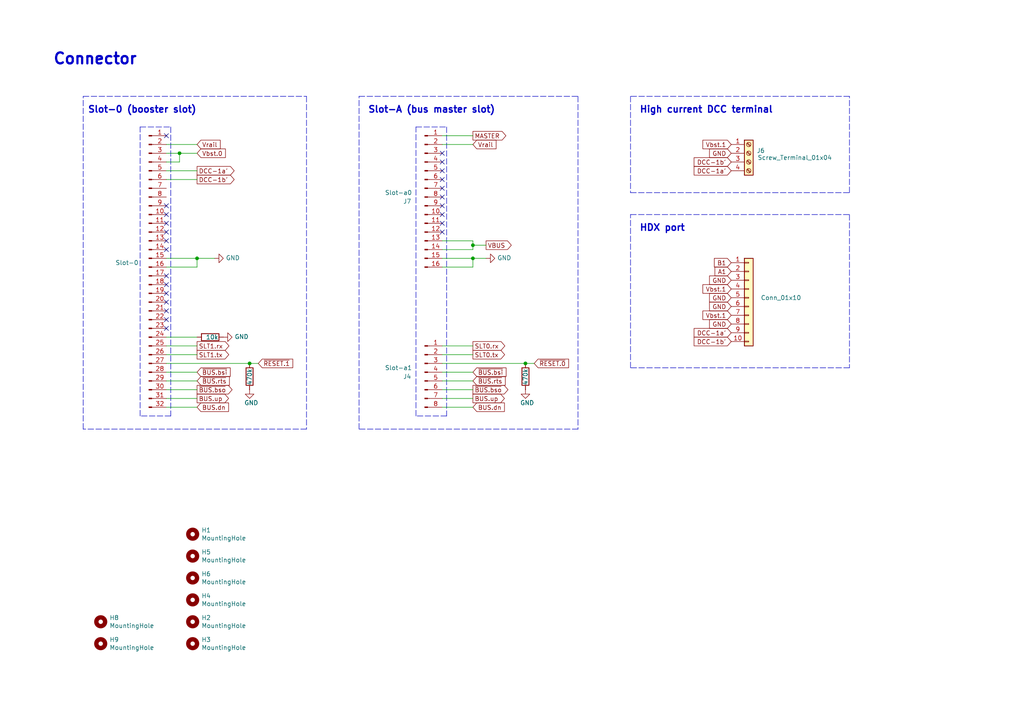
<source format=kicad_sch>
(kicad_sch (version 20250114) (generator "eeschema") (generator_version "9.0")
  (paper "A4")
  (title_block (title "RTB C11 Module") (date "2023-10-22") (rev "4") (company "Frank Schumacher") (comment 1 "Powerboard"))
  (lib_symbols
    (symbol "Connector:Conn_01x08_Male" (pin_names (offset 1.016) (hide yes))
      (property "Reference" "J" (at 0 10.16 0))
      (property "Value" "Connector_Conn_01x08_Male" (at 0 -12.7 0))
      (symbol "Conn_01x08_Male_1_1"
        (rectangle (start 0.8636 7.747) (end 0 7.493) (stroke (width 0.1524)) (fill (type outline)))
        (rectangle (start 0.8636 5.207) (end 0 4.953) (stroke (width 0.1524)) (fill (type outline)))
        (rectangle (start 0.8636 2.667) (end 0 2.413) (stroke (width 0.1524)) (fill (type outline)))
        (rectangle (start 0.8636 0.127) (end 0 -0.127) (stroke (width 0.1524)) (fill (type outline)))
        (rectangle (start 0.8636 -2.413) (end 0 -2.667) (stroke (width 0.1524)) (fill (type outline)))
        (rectangle (start 0.8636 -4.953) (end 0 -5.207) (stroke (width 0.1524)) (fill (type outline)))
        (rectangle (start 0.8636 -7.493) (end 0 -7.747) (stroke (width 0.1524)) (fill (type outline)))
        (rectangle (start 0.8636 -10.033) (end 0 -10.287) (stroke (width 0.1524)) (fill (type outline)))
        (polyline (pts (xy 1.27 7.62) (xy 0.8636 7.62)) (stroke (width 0.1524)))
        (polyline (pts (xy 1.27 5.08) (xy 0.8636 5.08)) (stroke (width 0.1524)))
        (polyline (pts (xy 1.27 2.54) (xy 0.8636 2.54)) (stroke (width 0.1524)))
        (polyline (pts (xy 1.27 0) (xy 0.8636 0)) (stroke (width 0.1524)))
        (polyline (pts (xy 1.27 -2.54) (xy 0.8636 -2.54)) (stroke (width 0.1524)))
        (polyline (pts (xy 1.27 -5.08) (xy 0.8636 -5.08)) (stroke (width 0.1524)))
        (polyline (pts (xy 1.27 -7.62) (xy 0.8636 -7.62)) (stroke (width 0.1524)))
        (polyline (pts (xy 1.27 -10.16) (xy 0.8636 -10.16)) (stroke (width 0.1524)))
        (pin passive line (at 5.08 7.62 180) (length 3.81) (name "Pin_1") (number "1"))
        (pin passive line (at 5.08 5.08 180) (length 3.81) (name "Pin_2") (number "2"))
        (pin passive line (at 5.08 2.54 180) (length 3.81) (name "Pin_3") (number "3"))
        (pin passive line (at 5.08 0 180) (length 3.81) (name "Pin_4") (number "4"))
        (pin passive line (at 5.08 -2.54 180) (length 3.81) (name "Pin_5") (number "5"))
        (pin passive line (at 5.08 -5.08 180) (length 3.81) (name "Pin_6") (number "6"))
        (pin passive line (at 5.08 -7.62 180) (length 3.81) (name "Pin_7") (number "7"))
        (pin passive line (at 5.08 -10.16 180) (length 3.81) (name "Pin_8") (number "8"))
      )
    )
    (symbol "Connector:Conn_01x16_Male" (pin_names (offset 1.016) (hide yes))
      (property "Reference" "J" (at 0 20.32 0))
      (property "Value" "Connector_Conn_01x16_Male" (at 0 -22.86 0))
      (symbol "Conn_01x16_Male_1_1"
        (rectangle (start 0.8636 17.907) (end 0 17.653) (stroke (width 0.1524)) (fill (type outline)))
        (rectangle (start 0.8636 15.367) (end 0 15.113) (stroke (width 0.1524)) (fill (type outline)))
        (rectangle (start 0.8636 12.827) (end 0 12.573) (stroke (width 0.1524)) (fill (type outline)))
        (rectangle (start 0.8636 10.287) (end 0 10.033) (stroke (width 0.1524)) (fill (type outline)))
        (rectangle (start 0.8636 7.747) (end 0 7.493) (stroke (width 0.1524)) (fill (type outline)))
        (rectangle (start 0.8636 5.207) (end 0 4.953) (stroke (width 0.1524)) (fill (type outline)))
        (rectangle (start 0.8636 2.667) (end 0 2.413) (stroke (width 0.1524)) (fill (type outline)))
        (rectangle (start 0.8636 0.127) (end 0 -0.127) (stroke (width 0.1524)) (fill (type outline)))
        (rectangle (start 0.8636 -2.413) (end 0 -2.667) (stroke (width 0.1524)) (fill (type outline)))
        (rectangle (start 0.8636 -4.953) (end 0 -5.207) (stroke (width 0.1524)) (fill (type outline)))
        (rectangle (start 0.8636 -7.493) (end 0 -7.747) (stroke (width 0.1524)) (fill (type outline)))
        (rectangle (start 0.8636 -10.033) (end 0 -10.287) (stroke (width 0.1524)) (fill (type outline)))
        (rectangle (start 0.8636 -12.573) (end 0 -12.827) (stroke (width 0.1524)) (fill (type outline)))
        (rectangle (start 0.8636 -15.113) (end 0 -15.367) (stroke (width 0.1524)) (fill (type outline)))
        (rectangle (start 0.8636 -17.653) (end 0 -17.907) (stroke (width 0.1524)) (fill (type outline)))
        (rectangle (start 0.8636 -20.193) (end 0 -20.447) (stroke (width 0.1524)) (fill (type outline)))
        (polyline (pts (xy 1.27 17.78) (xy 0.8636 17.78)) (stroke (width 0.1524)))
        (polyline (pts (xy 1.27 15.24) (xy 0.8636 15.24)) (stroke (width 0.1524)))
        (polyline (pts (xy 1.27 12.7) (xy 0.8636 12.7)) (stroke (width 0.1524)))
        (polyline (pts (xy 1.27 10.16) (xy 0.8636 10.16)) (stroke (width 0.1524)))
        (polyline (pts (xy 1.27 7.62) (xy 0.8636 7.62)) (stroke (width 0.1524)))
        (polyline (pts (xy 1.27 5.08) (xy 0.8636 5.08)) (stroke (width 0.1524)))
        (polyline (pts (xy 1.27 2.54) (xy 0.8636 2.54)) (stroke (width 0.1524)))
        (polyline (pts (xy 1.27 0) (xy 0.8636 0)) (stroke (width 0.1524)))
        (polyline (pts (xy 1.27 -2.54) (xy 0.8636 -2.54)) (stroke (width 0.1524)))
        (polyline (pts (xy 1.27 -5.08) (xy 0.8636 -5.08)) (stroke (width 0.1524)))
        (polyline (pts (xy 1.27 -7.62) (xy 0.8636 -7.62)) (stroke (width 0.1524)))
        (polyline (pts (xy 1.27 -10.16) (xy 0.8636 -10.16)) (stroke (width 0.1524)))
        (polyline (pts (xy 1.27 -12.7) (xy 0.8636 -12.7)) (stroke (width 0.1524)))
        (polyline (pts (xy 1.27 -15.24) (xy 0.8636 -15.24)) (stroke (width 0.1524)))
        (polyline (pts (xy 1.27 -17.78) (xy 0.8636 -17.78)) (stroke (width 0.1524)))
        (polyline (pts (xy 1.27 -20.32) (xy 0.8636 -20.32)) (stroke (width 0.1524)))
        (pin passive line (at 5.08 17.78 180) (length 3.81) (name "Pin_1") (number "1"))
        (pin passive line (at 5.08 15.24 180) (length 3.81) (name "Pin_2") (number "2"))
        (pin passive line (at 5.08 12.7 180) (length 3.81) (name "Pin_3") (number "3"))
        (pin passive line (at 5.08 10.16 180) (length 3.81) (name "Pin_4") (number "4"))
        (pin passive line (at 5.08 7.62 180) (length 3.81) (name "Pin_5") (number "5"))
        (pin passive line (at 5.08 5.08 180) (length 3.81) (name "Pin_6") (number "6"))
        (pin passive line (at 5.08 2.54 180) (length 3.81) (name "Pin_7") (number "7"))
        (pin passive line (at 5.08 0 180) (length 3.81) (name "Pin_8") (number "8"))
        (pin passive line (at 5.08 -2.54 180) (length 3.81) (name "Pin_9") (number "9"))
        (pin passive line (at 5.08 -5.08 180) (length 3.81) (name "Pin_10") (number "10"))
        (pin passive line (at 5.08 -7.62 180) (length 3.81) (name "Pin_11") (number "11"))
        (pin passive line (at 5.08 -10.16 180) (length 3.81) (name "Pin_12") (number "12"))
        (pin passive line (at 5.08 -12.7 180) (length 3.81) (name "Pin_13") (number "13"))
        (pin passive line (at 5.08 -15.24 180) (length 3.81) (name "Pin_14") (number "14"))
        (pin passive line (at 5.08 -17.78 180) (length 3.81) (name "Pin_15") (number "15"))
        (pin passive line (at 5.08 -20.32 180) (length 3.81) (name "Pin_16") (number "16"))
      )
    )
    (symbol "Connector:Conn_01x32_Male" (pin_names (offset 1.016) (hide yes))
      (property "Reference" "J" (at 0 40.64 0))
      (property "Value" "Connector_Conn_01x32_Male" (at 0 -43.18 0))
      (symbol "Conn_01x32_Male_1_1"
        (rectangle (start 0.8636 38.227) (end 0 37.973) (stroke (width 0.1524)) (fill (type outline)))
        (rectangle (start 0.8636 35.687) (end 0 35.433) (stroke (width 0.1524)) (fill (type outline)))
        (rectangle (start 0.8636 33.147) (end 0 32.893) (stroke (width 0.1524)) (fill (type outline)))
        (rectangle (start 0.8636 30.607) (end 0 30.353) (stroke (width 0.1524)) (fill (type outline)))
        (rectangle (start 0.8636 28.067) (end 0 27.813) (stroke (width 0.1524)) (fill (type outline)))
        (rectangle (start 0.8636 25.527) (end 0 25.273) (stroke (width 0.1524)) (fill (type outline)))
        (rectangle (start 0.8636 22.987) (end 0 22.733) (stroke (width 0.1524)) (fill (type outline)))
        (rectangle (start 0.8636 20.447) (end 0 20.193) (stroke (width 0.1524)) (fill (type outline)))
        (rectangle (start 0.8636 17.907) (end 0 17.653) (stroke (width 0.1524)) (fill (type outline)))
        (rectangle (start 0.8636 15.367) (end 0 15.113) (stroke (width 0.1524)) (fill (type outline)))
        (rectangle (start 0.8636 12.827) (end 0 12.573) (stroke (width 0.1524)) (fill (type outline)))
        (rectangle (start 0.8636 10.287) (end 0 10.033) (stroke (width 0.1524)) (fill (type outline)))
        (rectangle (start 0.8636 7.747) (end 0 7.493) (stroke (width 0.1524)) (fill (type outline)))
        (rectangle (start 0.8636 5.207) (end 0 4.953) (stroke (width 0.1524)) (fill (type outline)))
        (rectangle (start 0.8636 2.667) (end 0 2.413) (stroke (width 0.1524)) (fill (type outline)))
        (rectangle (start 0.8636 0.127) (end 0 -0.127) (stroke (width 0.1524)) (fill (type outline)))
        (rectangle (start 0.8636 -2.413) (end 0 -2.667) (stroke (width 0.1524)) (fill (type outline)))
        (rectangle (start 0.8636 -4.953) (end 0 -5.207) (stroke (width 0.1524)) (fill (type outline)))
        (rectangle (start 0.8636 -7.493) (end 0 -7.747) (stroke (width 0.1524)) (fill (type outline)))
        (rectangle (start 0.8636 -10.033) (end 0 -10.287) (stroke (width 0.1524)) (fill (type outline)))
        (rectangle (start 0.8636 -12.573) (end 0 -12.827) (stroke (width 0.1524)) (fill (type outline)))
        (rectangle (start 0.8636 -15.113) (end 0 -15.367) (stroke (width 0.1524)) (fill (type outline)))
        (rectangle (start 0.8636 -17.653) (end 0 -17.907) (stroke (width 0.1524)) (fill (type outline)))
        (rectangle (start 0.8636 -20.193) (end 0 -20.447) (stroke (width 0.1524)) (fill (type outline)))
        (rectangle (start 0.8636 -22.733) (end 0 -22.987) (stroke (width 0.1524)) (fill (type outline)))
        (rectangle (start 0.8636 -25.273) (end 0 -25.527) (stroke (width 0.1524)) (fill (type outline)))
        (rectangle (start 0.8636 -27.813) (end 0 -28.067) (stroke (width 0.1524)) (fill (type outline)))
        (rectangle (start 0.8636 -30.353) (end 0 -30.607) (stroke (width 0.1524)) (fill (type outline)))
        (rectangle (start 0.8636 -32.893) (end 0 -33.147) (stroke (width 0.1524)) (fill (type outline)))
        (rectangle (start 0.8636 -35.433) (end 0 -35.687) (stroke (width 0.1524)) (fill (type outline)))
        (rectangle (start 0.8636 -37.973) (end 0 -38.227) (stroke (width 0.1524)) (fill (type outline)))
        (rectangle (start 0.8636 -40.513) (end 0 -40.767) (stroke (width 0.1524)) (fill (type outline)))
        (polyline (pts (xy 1.27 38.1) (xy 0.8636 38.1)) (stroke (width 0.1524)))
        (polyline (pts (xy 1.27 35.56) (xy 0.8636 35.56)) (stroke (width 0.1524)))
        (polyline (pts (xy 1.27 33.02) (xy 0.8636 33.02)) (stroke (width 0.1524)))
        (polyline (pts (xy 1.27 30.48) (xy 0.8636 30.48)) (stroke (width 0.1524)))
        (polyline (pts (xy 1.27 27.94) (xy 0.8636 27.94)) (stroke (width 0.1524)))
        (polyline (pts (xy 1.27 25.4) (xy 0.8636 25.4)) (stroke (width 0.1524)))
        (polyline (pts (xy 1.27 22.86) (xy 0.8636 22.86)) (stroke (width 0.1524)))
        (polyline (pts (xy 1.27 20.32) (xy 0.8636 20.32)) (stroke (width 0.1524)))
        (polyline (pts (xy 1.27 17.78) (xy 0.8636 17.78)) (stroke (width 0.1524)))
        (polyline (pts (xy 1.27 15.24) (xy 0.8636 15.24)) (stroke (width 0.1524)))
        (polyline (pts (xy 1.27 12.7) (xy 0.8636 12.7)) (stroke (width 0.1524)))
        (polyline (pts (xy 1.27 10.16) (xy 0.8636 10.16)) (stroke (width 0.1524)))
        (polyline (pts (xy 1.27 7.62) (xy 0.8636 7.62)) (stroke (width 0.1524)))
        (polyline (pts (xy 1.27 5.08) (xy 0.8636 5.08)) (stroke (width 0.1524)))
        (polyline (pts (xy 1.27 2.54) (xy 0.8636 2.54)) (stroke (width 0.1524)))
        (polyline (pts (xy 1.27 0) (xy 0.8636 0)) (stroke (width 0.1524)))
        (polyline (pts (xy 1.27 -2.54) (xy 0.8636 -2.54)) (stroke (width 0.1524)))
        (polyline (pts (xy 1.27 -5.08) (xy 0.8636 -5.08)) (stroke (width 0.1524)))
        (polyline (pts (xy 1.27 -7.62) (xy 0.8636 -7.62)) (stroke (width 0.1524)))
        (polyline (pts (xy 1.27 -10.16) (xy 0.8636 -10.16)) (stroke (width 0.1524)))
        (polyline (pts (xy 1.27 -12.7) (xy 0.8636 -12.7)) (stroke (width 0.1524)))
        (polyline (pts (xy 1.27 -15.24) (xy 0.8636 -15.24)) (stroke (width 0.1524)))
        (polyline (pts (xy 1.27 -17.78) (xy 0.8636 -17.78)) (stroke (width 0.1524)))
        (polyline (pts (xy 1.27 -20.32) (xy 0.8636 -20.32)) (stroke (width 0.1524)))
        (polyline (pts (xy 1.27 -22.86) (xy 0.8636 -22.86)) (stroke (width 0.1524)))
        (polyline (pts (xy 1.27 -25.4) (xy 0.8636 -25.4)) (stroke (width 0.1524)))
        (polyline (pts (xy 1.27 -27.94) (xy 0.8636 -27.94)) (stroke (width 0.1524)))
        (polyline (pts (xy 1.27 -30.48) (xy 0.8636 -30.48)) (stroke (width 0.1524)))
        (polyline (pts (xy 1.27 -33.02) (xy 0.8636 -33.02)) (stroke (width 0.1524)))
        (polyline (pts (xy 1.27 -35.56) (xy 0.8636 -35.56)) (stroke (width 0.1524)))
        (polyline (pts (xy 1.27 -38.1) (xy 0.8636 -38.1)) (stroke (width 0.1524)))
        (polyline (pts (xy 1.27 -40.64) (xy 0.8636 -40.64)) (stroke (width 0.1524)))
        (pin passive line (at 5.08 38.1 180) (length 3.81) (name "Pin_1") (number "1"))
        (pin passive line (at 5.08 35.56 180) (length 3.81) (name "Pin_2") (number "2"))
        (pin passive line (at 5.08 33.02 180) (length 3.81) (name "Pin_3") (number "3"))
        (pin passive line (at 5.08 30.48 180) (length 3.81) (name "Pin_4") (number "4"))
        (pin passive line (at 5.08 27.94 180) (length 3.81) (name "Pin_5") (number "5"))
        (pin passive line (at 5.08 25.4 180) (length 3.81) (name "Pin_6") (number "6"))
        (pin passive line (at 5.08 22.86 180) (length 3.81) (name "Pin_7") (number "7"))
        (pin passive line (at 5.08 20.32 180) (length 3.81) (name "Pin_8") (number "8"))
        (pin passive line (at 5.08 17.78 180) (length 3.81) (name "Pin_9") (number "9"))
        (pin passive line (at 5.08 15.24 180) (length 3.81) (name "Pin_10") (number "10"))
        (pin passive line (at 5.08 12.7 180) (length 3.81) (name "Pin_11") (number "11"))
        (pin passive line (at 5.08 10.16 180) (length 3.81) (name "Pin_12") (number "12"))
        (pin passive line (at 5.08 7.62 180) (length 3.81) (name "Pin_13") (number "13"))
        (pin passive line (at 5.08 5.08 180) (length 3.81) (name "Pin_14") (number "14"))
        (pin passive line (at 5.08 2.54 180) (length 3.81) (name "Pin_15") (number "15"))
        (pin passive line (at 5.08 0 180) (length 3.81) (name "Pin_16") (number "16"))
        (pin passive line (at 5.08 -2.54 180) (length 3.81) (name "Pin_17") (number "17"))
        (pin passive line (at 5.08 -5.08 180) (length 3.81) (name "Pin_18") (number "18"))
        (pin passive line (at 5.08 -7.62 180) (length 3.81) (name "Pin_19") (number "19"))
        (pin passive line (at 5.08 -10.16 180) (length 3.81) (name "Pin_20") (number "20"))
        (pin passive line (at 5.08 -12.7 180) (length 3.81) (name "Pin_21") (number "21"))
        (pin passive line (at 5.08 -15.24 180) (length 3.81) (name "Pin_22") (number "22"))
        (pin passive line (at 5.08 -17.78 180) (length 3.81) (name "Pin_23") (number "23"))
        (pin passive line (at 5.08 -20.32 180) (length 3.81) (name "Pin_24") (number "24"))
        (pin passive line (at 5.08 -22.86 180) (length 3.81) (name "Pin_25") (number "25"))
        (pin passive line (at 5.08 -25.4 180) (length 3.81) (name "Pin_26") (number "26"))
        (pin passive line (at 5.08 -27.94 180) (length 3.81) (name "Pin_27") (number "27"))
        (pin passive line (at 5.08 -30.48 180) (length 3.81) (name "Pin_28") (number "28"))
        (pin passive line (at 5.08 -33.02 180) (length 3.81) (name "Pin_29") (number "29"))
        (pin passive line (at 5.08 -35.56 180) (length 3.81) (name "Pin_30") (number "30"))
        (pin passive line (at 5.08 -38.1 180) (length 3.81) (name "Pin_31") (number "31"))
        (pin passive line (at 5.08 -40.64 180) (length 3.81) (name "Pin_32") (number "32"))
      )
    )
    (symbol "Connector:Screw_Terminal_01x04" (pin_names (offset 1.016) (hide yes))
      (property "Reference" "J" (at 0 5.08 0))
      (property "Value" "Screw_Terminal_01x04" (at 0 -7.62 0))
      (symbol "Screw_Terminal_01x04_1_1"
        (rectangle (start -1.27 3.81) (end 1.27 -6.35) (stroke (width 0.254)) (fill (type background)))
        (polyline (pts (xy -0.5334 2.8702) (xy 0.3302 2.032)) (stroke (width 0.1524)))
        (polyline (pts (xy -0.5334 0.3302) (xy 0.3302 -0.508)) (stroke (width 0.1524)))
        (polyline (pts (xy -0.5334 -2.2098) (xy 0.3302 -3.048)) (stroke (width 0.1524)))
        (polyline (pts (xy -0.5334 -4.7498) (xy 0.3302 -5.588)) (stroke (width 0.1524)))
        (polyline (pts (xy -0.3556 3.048) (xy 0.508 2.2098)) (stroke (width 0.1524)))
        (polyline (pts (xy -0.3556 0.508) (xy 0.508 -0.3302)) (stroke (width 0.1524)))
        (polyline (pts (xy -0.3556 -2.032) (xy 0.508 -2.8702)) (stroke (width 0.1524)))
        (polyline (pts (xy -0.3556 -4.572) (xy 0.508 -5.4102)) (stroke (width 0.1524)))
        (circle (center 0 2.54) (radius 0.635) (stroke (width 0.1524)))
        (circle (center 0 0) (radius 0.635) (stroke (width 0.1524)))
        (circle (center 0 -2.54) (radius 0.635) (stroke (width 0.1524)))
        (circle (center 0 -5.08) (radius 0.635) (stroke (width 0.1524)))
        (pin passive line (at -5.08 2.54 0) (length 3.81) (name "Pin_1") (number "1"))
        (pin passive line (at -5.08 0 0) (length 3.81) (name "Pin_2") (number "2"))
        (pin passive line (at -5.08 -2.54 0) (length 3.81) (name "Pin_3") (number "3"))
        (pin passive line (at -5.08 -5.08 0) (length 3.81) (name "Pin_4") (number "4"))
      )
    )
    (symbol "Connector_Generic:Conn_01x10" (pin_names (offset 1.016) (hide yes))
      (property "Reference" "J" (at 0 12.7 0))
      (property "Value" "Conn_01x10" (at 0 -15.24 0))
      (symbol "Conn_01x10_1_1"
        (rectangle (start -1.27 11.43) (end 1.27 -13.97) (stroke (width 0.254)) (fill (type background)))
        (rectangle (start -1.27 10.287) (end 0 10.033) (stroke (width 0.1524)))
        (rectangle (start -1.27 7.747) (end 0 7.493) (stroke (width 0.1524)))
        (rectangle (start -1.27 5.207) (end 0 4.953) (stroke (width 0.1524)))
        (rectangle (start -1.27 2.667) (end 0 2.413) (stroke (width 0.1524)))
        (rectangle (start -1.27 0.127) (end 0 -0.127) (stroke (width 0.1524)))
        (rectangle (start -1.27 -2.413) (end 0 -2.667) (stroke (width 0.1524)))
        (rectangle (start -1.27 -4.953) (end 0 -5.207) (stroke (width 0.1524)))
        (rectangle (start -1.27 -7.493) (end 0 -7.747) (stroke (width 0.1524)))
        (rectangle (start -1.27 -10.033) (end 0 -10.287) (stroke (width 0.1524)))
        (rectangle (start -1.27 -12.573) (end 0 -12.827) (stroke (width 0.1524)))
        (pin passive line (at -5.08 10.16 0) (length 3.81) (name "Pin_1") (number "1"))
        (pin passive line (at -5.08 7.62 0) (length 3.81) (name "Pin_2") (number "2"))
        (pin passive line (at -5.08 5.08 0) (length 3.81) (name "Pin_3") (number "3"))
        (pin passive line (at -5.08 2.54 0) (length 3.81) (name "Pin_4") (number "4"))
        (pin passive line (at -5.08 0 0) (length 3.81) (name "Pin_5") (number "5"))
        (pin passive line (at -5.08 -2.54 0) (length 3.81) (name "Pin_6") (number "6"))
        (pin passive line (at -5.08 -5.08 0) (length 3.81) (name "Pin_7") (number "7"))
        (pin passive line (at -5.08 -7.62 0) (length 3.81) (name "Pin_8") (number "8"))
        (pin passive line (at -5.08 -10.16 0) (length 3.81) (name "Pin_9") (number "9"))
        (pin passive line (at -5.08 -12.7 0) (length 3.81) (name "Pin_10") (number "10"))
      )
    )
    (symbol "Device:R" (pin_numbers (hide yes)) (pin_names (offset 0))
      (property "Reference" "R" (at 2.032 0 90))
      (property "Value" "R" (at 0 0 90))
      (symbol "R_0_1"
        (rectangle (start -1.016 -2.54) (end 1.016 2.54) (stroke (width 0.254)))
      )
      (symbol "R_1_1"
        (pin passive line (at 0 3.81 270) (length 1.27) (name "~") (number "1"))
        (pin passive line (at 0 -3.81 90) (length 1.27) (name "~") (number "2"))
      )
    )
    (symbol "Mechanical:MountingHole" (pin_names (offset 1.016)) (in_bom no)
      (property "Reference" "H" (at 0 5.08 0))
      (property "Value" "MountingHole" (at 0 3.175 0))
      (symbol "MountingHole_0_1"
        (circle (center 0 0) (radius 1.27) (stroke (width 1.27)))
      )
    )
    (symbol "power:GND" (power) (pin_numbers (hide yes)) (pin_names (offset 0) (hide yes))
      (property "Value" "GND" (at 0 -3.81 0))
      (symbol "GND_0_1"
        (polyline (pts (xy 0 0) (xy 0 -1.27) (xy 1.27 -1.27) (xy 0 -2.54) (xy -1.27 -1.27) (xy 0 -1.27)))
      )
      (symbol "GND_1_1"
        (pin power_in line (at 0 0 270) (length 0) (name "~") (number "1"))
      )
    )
  )
  (text "Slot-A (bus master slot)" (at 106.68 33.02 0) (effects (font (size 1.905 1.905) (thickness 0.381) (bold yes)) (justify left bottom)))
  (text "HDX port" (at 185.42 67.31 0) (effects (font (size 1.905 1.905) (thickness 0.381) (bold yes)) (justify left bottom)))
  (text "High current DCC terminal" (at 185.42 33.02 0) (effects (font (size 1.905 1.905) (thickness 0.381) (bold yes)) (justify left bottom)))
  (text "Connector" (at 15.24 19.05 0) (effects (font (size 3.175 3.175) (thickness 0.635) (bold yes)) (justify left bottom)))
  (text "Slot-0 (booster slot)" (at 25.4 33.02 0) (effects (font (size 1.905 1.905) (thickness 0.381) (bold yes)) (justify left bottom)))
  (junction (at 72.39 105.41))
  (junction (at 57.15 74.93))
  (junction (at 137.16 71.12))
  (junction (at 137.16 74.93))
  (junction (at 152.4 105.41))
  (junction (at 52.07 44.45))
  (no_connect (at 128.27 62.23))
  (no_connect (at 48.26 87.63))
  (no_connect (at 48.26 67.31))
  (no_connect (at 48.26 62.23))
  (no_connect (at 128.27 52.07))
  (no_connect (at 128.27 44.45))
  (no_connect (at 128.27 49.53))
  (no_connect (at 48.26 85.09))
  (no_connect (at 48.26 90.17))
  (no_connect (at 48.26 95.25))
  (no_connect (at 48.26 69.85))
  (no_connect (at 48.26 72.39))
  (no_connect (at 48.26 82.55))
  (no_connect (at 48.26 92.71))
  (no_connect (at 128.27 67.31))
  (no_connect (at 128.27 46.99))
  (no_connect (at 128.27 59.69))
  (no_connect (at 48.26 64.77))
  (no_connect (at 128.27 54.61))
  (no_connect (at 48.26 39.37))
  (no_connect (at 128.27 57.15))
  (no_connect (at 48.26 59.69))
  (no_connect (at 48.26 80.01))
  (no_connect (at 128.27 64.77))
  (wire (pts (xy 48.26 113.03) (xy 57.15 113.03)))
  (wire (pts (xy 137.16 69.85) (xy 137.16 71.12)))
  (wire (pts (xy 48.26 49.53) (xy 57.15 49.53)))
  (polyline (pts (xy 120.65 36.83) (xy 129.54 36.83)) (stroke (width 0) (type dash)))
  (wire (pts (xy 72.39 105.41) (xy 74.93 105.41)))
  (wire (pts (xy 48.26 46.99) (xy 52.07 46.99)))
  (polyline (pts (xy 120.65 120.65) (xy 120.65 36.83)) (stroke (width 0) (type dash)))
  (polyline (pts (xy 24.13 124.46) (xy 24.13 27.94)) (stroke (width 0) (type dash)))
  (wire (pts (xy 57.15 74.93) (xy 62.23 74.93)))
  (wire (pts (xy 48.26 115.57) (xy 57.15 115.57)))
  (wire (pts (xy 137.16 72.39) (xy 128.27 72.39)))
  (polyline (pts (xy 104.14 27.94) (xy 167.64 27.94)) (stroke (width 0) (type dash)))
  (wire (pts (xy 128.27 69.85) (xy 137.16 69.85)))
  (wire (pts (xy 48.26 41.91) (xy 57.15 41.91)))
  (polyline (pts (xy 182.88 27.94) (xy 182.88 55.88)) (stroke (width 0) (type dash)))
  (wire (pts (xy 48.26 105.41) (xy 72.39 105.41)))
  (wire (pts (xy 152.4 105.41) (xy 154.94 105.41)))
  (wire (pts (xy 52.07 44.45) (xy 52.07 46.99)))
  (wire (pts (xy 137.16 71.12) (xy 137.16 72.39)))
  (polyline (pts (xy 129.54 120.65) (xy 120.65 120.65)) (stroke (width 0) (type dash)))
  (wire (pts (xy 128.27 113.03) (xy 137.16 113.03)))
  (wire (pts (xy 48.26 97.79) (xy 57.15 97.79)))
  (wire (pts (xy 52.07 44.45) (xy 57.15 44.45)))
  (wire (pts (xy 128.27 105.41) (xy 152.4 105.41)))
  (polyline (pts (xy 182.88 55.88) (xy 246.38 55.88)) (stroke (width 0) (type dash)))
  (wire (pts (xy 128.27 100.33) (xy 137.16 100.33)))
  (wire (pts (xy 128.27 41.91) (xy 137.16 41.91)))
  (polyline (pts (xy 246.38 55.88) (xy 246.38 27.94)) (stroke (width 0) (type dash)))
  (wire (pts (xy 48.26 52.07) (xy 57.15 52.07)))
  (wire (pts (xy 128.27 102.87) (xy 137.16 102.87)))
  (wire (pts (xy 128.27 115.57) (xy 137.16 115.57)))
  (polyline (pts (xy 246.38 27.94) (xy 182.88 27.94)) (stroke (width 0) (type dash)))
  (wire (pts (xy 57.15 74.93) (xy 57.15 77.47)))
  (polyline (pts (xy 104.14 124.46) (xy 104.14 27.94)) (stroke (width 0) (type dash)))
  (wire (pts (xy 48.26 118.11) (xy 57.15 118.11)))
  (wire (pts (xy 137.16 74.93) (xy 137.16 77.47)))
  (polyline (pts (xy 167.64 27.94) (xy 167.64 124.46)) (stroke (width 0) (type dash)))
  (wire (pts (xy 48.26 77.47) (xy 57.15 77.47)))
  (wire (pts (xy 48.26 110.49) (xy 57.15 110.49)))
  (polyline (pts (xy 246.38 106.68) (xy 182.88 106.68)) (stroke (width 0) (type dash)))
  (polyline (pts (xy 182.88 106.68) (xy 182.88 62.23)) (stroke (width 0) (type dash)))
  (wire (pts (xy 137.16 74.93) (xy 140.97 74.93)))
  (wire (pts (xy 48.26 44.45) (xy 52.07 44.45)))
  (wire (pts (xy 48.26 107.95) (xy 57.15 107.95)))
  (wire (pts (xy 128.27 39.37) (xy 137.16 39.37)))
  (wire (pts (xy 137.16 71.12) (xy 140.97 71.12)))
  (wire (pts (xy 128.27 118.11) (xy 137.16 118.11)))
  (polyline (pts (xy 49.53 36.83) (xy 49.53 120.65)) (stroke (width 0) (type dash)))
  (polyline (pts (xy 24.13 27.94) (xy 88.9 27.94)) (stroke (width 0) (type dash)))
  (wire (pts (xy 128.27 107.95) (xy 137.16 107.95)))
  (polyline (pts (xy 88.9 27.94) (xy 88.9 124.46)) (stroke (width 0) (type dash)))
  (wire (pts (xy 128.27 77.47) (xy 137.16 77.47)))
  (wire (pts (xy 48.26 74.93) (xy 57.15 74.93)))
  (polyline (pts (xy 167.64 124.46) (xy 104.14 124.46)) (stroke (width 0) (type dash)))
  (polyline (pts (xy 246.38 62.23) (xy 246.38 106.68)) (stroke (width 0) (type dash)))
  (wire (pts (xy 48.26 100.33) (xy 57.15 100.33)))
  (polyline (pts (xy 182.88 62.23) (xy 246.38 62.23)) (stroke (width 0) (type dash)))
  (polyline (pts (xy 49.53 120.65) (xy 40.64 120.65)) (stroke (width 0) (type dash)))
  (polyline (pts (xy 129.54 36.83) (xy 129.54 120.65)) (stroke (width 0) (type dash)))
  (polyline (pts (xy 88.9 124.46) (xy 24.13 124.46)) (stroke (width 0) (type dash)))
  (polyline (pts (xy 40.64 120.65) (xy 40.64 36.83)) (stroke (width 0) (type dash)))
  (wire (pts (xy 128.27 110.49) (xy 137.16 110.49)))
  (wire (pts (xy 48.26 102.87) (xy 57.15 102.87)))
  (polyline (pts (xy 40.64 36.83) (xy 49.53 36.83)) (stroke (width 0) (type dash)))
  (wire (pts (xy 128.27 74.93) (xy 137.16 74.93)))
  (global_label "VBUS" (shape output) (at 140.97 71.12 0) (property "Intersheetrefs" "${INTERSHEET_REFS}" (effects (hide yes))))
  (global_label "~{BUS.bsi}" (shape input) (at 137.16 107.95 0) (property "Intersheetrefs" "${INTERSHEET_REFS}" (effects (hide yes))))
  (global_label "SLT1.tx" (shape output) (at 57.15 102.87 0) (property "Intersheetrefs" "${INTERSHEET_REFS}" (effects (hide yes))))
  (global_label "DCC-1a'" (shape output) (at 57.15 49.53 0) (property "Intersheetrefs" "${INTERSHEET_REFS}" (effects (hide yes))))
  (global_label "Vrail" (shape input) (at 137.16 41.91 0) (property "Intersheetrefs" "${INTERSHEET_REFS}" (effects (hide yes))))
  (global_label "~{BUS.rts}" (shape input) (at 137.16 110.49 0) (property "Intersheetrefs" "${INTERSHEET_REFS}" (effects (hide yes))))
  (global_label "SLT0.rx" (shape output) (at 137.16 100.33 0) (property "Intersheetrefs" "${INTERSHEET_REFS}" (effects (hide yes))))
  (global_label "GND" (shape input) (at 212.09 93.98 180) (property "Intersheetrefs" "${INTERSHEET_REFS}" (effects (hide yes))))
  (global_label "SLT0.tx" (shape output) (at 137.16 102.87 0) (property "Intersheetrefs" "${INTERSHEET_REFS}" (effects (hide yes))))
  (global_label "GND" (shape input) (at 212.09 81.28 180) (property "Intersheetrefs" "${INTERSHEET_REFS}" (effects (hide yes))))
  (global_label "DCC-1a'" (shape input) (at 212.09 49.53 180) (property "Intersheetrefs" "${INTERSHEET_REFS}" (effects (hide yes))))
  (global_label "Vrail" (shape input) (at 57.15 41.91 0) (property "Intersheetrefs" "${INTERSHEET_REFS}" (effects (hide yes))))
  (global_label "A1" (shape input) (at 212.09 78.74 180) (property "Intersheetrefs" "${INTERSHEET_REFS}" (effects (hide yes))))
  (global_label "Vbst.1" (shape input) (at 212.09 91.44 180) (property "Intersheetrefs" "${INTERSHEET_REFS}" (effects (hide yes))))
  (global_label "DCC-1b'" (shape input) (at 212.09 46.99 180) (property "Intersheetrefs" "${INTERSHEET_REFS}" (effects (hide yes))))
  (global_label "~{BUS.bsi}" (shape input) (at 57.15 107.95 0) (property "Intersheetrefs" "${INTERSHEET_REFS}" (effects (hide yes))))
  (global_label "BUS.dn" (shape input) (at 57.15 118.11 0) (property "Intersheetrefs" "${INTERSHEET_REFS}" (effects (hide yes))))
  (global_label "MASTER" (shape output) (at 137.16 39.37 0) (property "Intersheetrefs" "${INTERSHEET_REFS}" (effects (hide yes))))
  (global_label "GND" (shape input) (at 212.09 88.9 180) (property "Intersheetrefs" "${INTERSHEET_REFS}" (effects (hide yes))))
  (global_label "GND" (shape input) (at 212.09 44.45 180) (property "Intersheetrefs" "${INTERSHEET_REFS}" (effects (hide yes))))
  (global_label "~{BUS.bso}" (shape output) (at 137.16 113.03 0) (property "Intersheetrefs" "${INTERSHEET_REFS}" (effects (hide yes))))
  (global_label "~{RESET.1}" (shape input) (at 74.93 105.41 0) (property "Intersheetrefs" "${INTERSHEET_REFS}" (effects (hide yes))))
  (global_label "BUS.dn" (shape input) (at 137.16 118.11 0) (property "Intersheetrefs" "${INTERSHEET_REFS}" (effects (hide yes))))
  (global_label "Vbst.1" (shape input) (at 212.09 41.91 180) (property "Intersheetrefs" "${INTERSHEET_REFS}" (effects (hide yes))))
  (global_label "~{RESET.0}" (shape input) (at 154.94 105.41 0) (property "Intersheetrefs" "${INTERSHEET_REFS}" (effects (hide yes))))
  (global_label "DCC-1b'" (shape input) (at 212.09 99.06 180) (property "Intersheetrefs" "${INTERSHEET_REFS}" (effects (hide yes))))
  (global_label "Vbst.0" (shape input) (at 57.15 44.45 0) (property "Intersheetrefs" "${INTERSHEET_REFS}" (effects (hide yes))))
  (global_label "~{BUS.bso}" (shape output) (at 57.15 113.03 0) (property "Intersheetrefs" "${INTERSHEET_REFS}" (effects (hide yes))))
  (global_label "GND" (shape input) (at 212.09 86.36 180) (property "Intersheetrefs" "${INTERSHEET_REFS}" (effects (hide yes))))
  (global_label "BUS.up" (shape output) (at 57.15 115.57 0) (property "Intersheetrefs" "${INTERSHEET_REFS}" (effects (hide yes))))
  (global_label "B1" (shape input) (at 212.09 76.2 180) (property "Intersheetrefs" "${INTERSHEET_REFS}" (effects (hide yes))))
  (global_label "~{BUS.rts}" (shape input) (at 57.15 110.49 0) (property "Intersheetrefs" "${INTERSHEET_REFS}" (effects (hide yes))))
  (global_label "Vbst.1" (shape input) (at 212.09 83.82 180) (property "Intersheetrefs" "${INTERSHEET_REFS}" (effects (hide yes))))
  (global_label "BUS.up" (shape output) (at 137.16 115.57 0) (property "Intersheetrefs" "${INTERSHEET_REFS}" (effects (hide yes))))
  (global_label "DCC-1b'" (shape output) (at 57.15 52.07 0) (property "Intersheetrefs" "${INTERSHEET_REFS}" (effects (hide yes))))
  (global_label "DCC-1a'" (shape input) (at 212.09 96.52 180) (property "Intersheetrefs" "${INTERSHEET_REFS}" (effects (hide yes))))
  (global_label "SLT1.rx" (shape output) (at 57.15 100.33 0) (property "Intersheetrefs" "${INTERSHEET_REFS}" (effects (hide yes))))
  (symbol (lib_id "Connector:Conn_01x32_Male") (at 43.18 77.47 0) (unit 1)
    (property "Reference" "J3" (effects (hide yes)))
    (property "Value" "Slot-0" (at 36.83 76.2 0))
    (property "Footprint" "Connector_PinSocket_2.54mm:PinSocket_1x32_P2.54mm_Vertical" (effects (hide yes)))
  )
  (symbol (lib_id "Connector_Generic:Conn_01x10") (at 217.17 86.36 0) (unit 1)
    (property "Reference" "C.0" (effects (hide yes)))
    (property "Value" "Conn_01x10" (at 232.41 86.36 0) (effects (justify right)))
    (property "Footprint" "Connector_IDC:IDC-Header_2x05_P2.54mm_Vertical" (effects (hide yes)))
  )
  (symbol (lib_id "Mechanical:MountingHole") (at 55.88 154.94 0) (unit 1)
    (property "Reference" "H1" (at 58.42 153.7716 0) (effects (justify left)))
    (property "Value" "MountingHole" (at 58.42 156.083 0) (effects (justify left)))
    (property "Footprint" "MountingHole:MountingHole_3.2mm_M3_ISO7380_Pad" (effects (hide yes)))
  )
  (symbol (lib_id "Connector:Conn_01x08_Male") (at 123.19 107.95 0) (unit 1)
    (property "Reference" "J4" (at 118.11 109.22 0))
    (property "Value" "Slot-a1" (at 115.57 106.68 0))
    (property "Footprint" "Connector_PinSocket_2.54mm:PinSocket_1x08_P2.54mm_Vertical" (effects (hide yes)))
  )
  (symbol (lib_id "Mechanical:MountingHole") (at 55.88 161.29 0) (unit 1)
    (property "Reference" "H5" (at 58.42 160.1216 0) (effects (justify left)))
    (property "Value" "MountingHole" (at 58.42 162.433 0) (effects (justify left)))
    (property "Footprint" "MountingHole:MountingHole_3.2mm_M3_ISO7380_Pad" (effects (hide yes)))
  )
  (symbol (lib_id "Mechanical:MountingHole") (at 29.21 186.69 0) (unit 1)
    (property "Reference" "H9" (at 31.75 185.5216 0) (effects (justify left)))
    (property "Value" "MountingHole" (at 31.75 187.833 0) (effects (justify left)))
    (property "Footprint" "MountingHole:MountingHole_3.2mm_M3_ISO7380_Pad" (effects (hide yes)))
  )
  (symbol (lib_id "Mechanical:MountingHole") (at 29.21 180.34 0) (unit 1)
    (property "Reference" "H8" (at 31.75 179.1716 0) (effects (justify left)))
    (property "Value" "MountingHole" (at 31.75 181.483 0) (effects (justify left)))
    (property "Footprint" "MountingHole:MountingHole_3.2mm_M3_ISO7380_Pad" (effects (hide yes)))
  )
  (symbol (lib_id "Mechanical:MountingHole") (at 55.88 173.99 0) (unit 1)
    (property "Reference" "H4" (at 58.42 172.8216 0) (effects (justify left)))
    (property "Value" "MountingHole" (at 58.42 175.133 0) (effects (justify left)))
    (property "Footprint" "MountingHole:MountingHole_3.2mm_M3_ISO7380_Pad" (effects (hide yes)))
  )
  (symbol (lib_id "Connector:Conn_01x16_Male") (at 123.19 57.15 0) (unit 1)
    (property "Reference" "J7" (at 118.11 58.42 0))
    (property "Value" "Slot-a0" (at 115.57 55.88 0))
    (property "Footprint" "Connector_PinSocket_2.54mm:PinSocket_1x16_P2.54mm_Vertical" (effects (hide yes)))
  )
  (symbol (lib_id "Mechanical:MountingHole") (at 55.88 167.64 0) (unit 1)
    (property "Reference" "H6" (at 58.42 166.4716 0) (effects (justify left)))
    (property "Value" "MountingHole" (at 58.42 168.783 0) (effects (justify left)))
    (property "Footprint" "MountingHole:MountingHole_3.2mm_M3_ISO7380_Pad" (effects (hide yes)))
  )
  (symbol (lib_id "Device:R") (at 152.4 109.22 0) (unit 1)
    (property "Reference" "R45" (effects (hide yes)))
    (property "Value" "470k" (at 152.4 111.76 90) (effects (justify left)))
    (property "Footprint" "Resistor_SMD:R_0603_1608Metric" (effects (hide yes)))
  )
  (symbol (lib_id "power:GND") (at 152.4 113.03 0) (unit 1)
    (property "Reference" "#PWR0128" (effects (hide yes)))
    (property "Value" "GND" (at 154.94 116.84 0) (effects (justify right)))
  )
  (symbol (lib_id "power:GND") (at 140.97 74.93 90) (unit 1)
    (property "Reference" "#PWR0138" (effects (hide yes)))
    (property "Value" "GND" (at 144.2212 74.803 90) (effects (justify right)))
  )
  (symbol (lib_id "power:GND") (at 62.23 74.93 90) (unit 1)
    (property "Reference" "#PWR0110" (effects (hide yes)))
    (property "Value" "GND" (at 65.4812 74.803 90) (effects (justify right)))
  )
  (symbol (lib_id "Device:R") (at 72.39 109.22 0) (unit 1)
    (property "Reference" "R43" (effects (hide yes)))
    (property "Value" "470k" (at 72.39 111.76 90) (effects (justify left)))
    (property "Footprint" "Resistor_SMD:R_0603_1608Metric" (effects (hide yes)))
  )
  (symbol (lib_id "power:GND") (at 72.39 113.03 0) (unit 1)
    (property "Reference" "#PWR0127" (effects (hide yes)))
    (property "Value" "GND" (at 74.93 116.84 0) (effects (justify right)))
  )
  (symbol (lib_id "Mechanical:MountingHole") (at 55.88 180.34 0) (unit 1)
    (property "Reference" "H2" (at 58.42 179.1716 0) (effects (justify left)))
    (property "Value" "MountingHole" (at 58.42 181.483 0) (effects (justify left)))
    (property "Footprint" "MountingHole:MountingHole_3.2mm_M3_ISO7380_Pad" (effects (hide yes)))
  )
  (symbol (lib_id "Connector:Screw_Terminal_01x04") (at 217.17 44.45 0) (unit 1)
    (property "Reference" "J6" (at 219.456 43.688 0) (effects (justify left)))
    (property "Value" "Screw_Terminal_01x04" (at 219.71 45.72 0) (effects (justify left)))
    (property "Footprint" "RTB:1725672" (effects (hide yes)))
  )
  (symbol (lib_id "Mechanical:MountingHole") (at 55.88 186.69 0) (unit 1)
    (property "Reference" "H3" (at 58.42 185.5216 0) (effects (justify left)))
    (property "Value" "MountingHole" (at 58.42 187.833 0) (effects (justify left)))
    (property "Footprint" "MountingHole:MountingHole_3.2mm_M3_ISO7380_Pad" (effects (hide yes)))
  )
  (symbol (lib_id "Device:R") (at 60.96 97.79 270) (unit 1)
    (property "Reference" "R9" (effects (hide yes)))
    (property "Value" "10k" (at 59.69 97.79 90) (effects (justify left)))
    (property "Footprint" "Resistor_SMD:R_0603_1608Metric" (effects (hide yes)))
  )
  (symbol (lib_id "power:GND") (at 64.77 97.79 90) (unit 1)
    (property "Reference" "#PWR0108" (effects (hide yes)))
    (property "Value" "GND" (at 68.0212 97.663 90) (effects (justify right)))
  )
)
</source>
